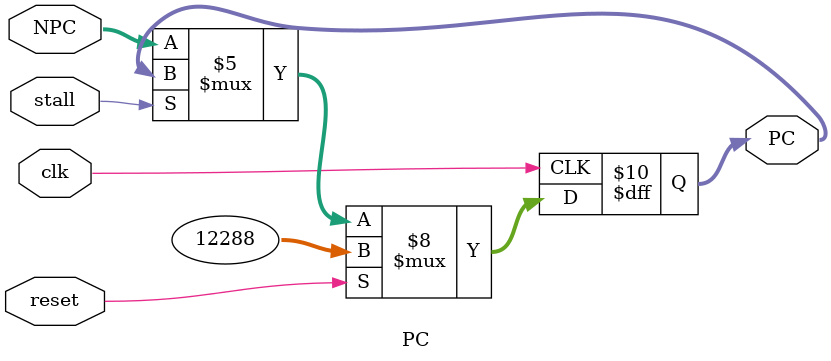
<source format=v>
`timescale 1ns / 1ps
module PC(
    input reset,
	 input clk,
    input [31:0] NPC,
    output reg [31:0] PC,
	 input stall
    );
	initial begin
		PC = 32'h00003000;
	end
	always @(posedge clk) begin
		if(reset==1) PC <= 32'h00003000;
		else if(stall==0) PC <= NPC;//ÔÝÍ£,¶³½áPC
	end
endmodule

</source>
